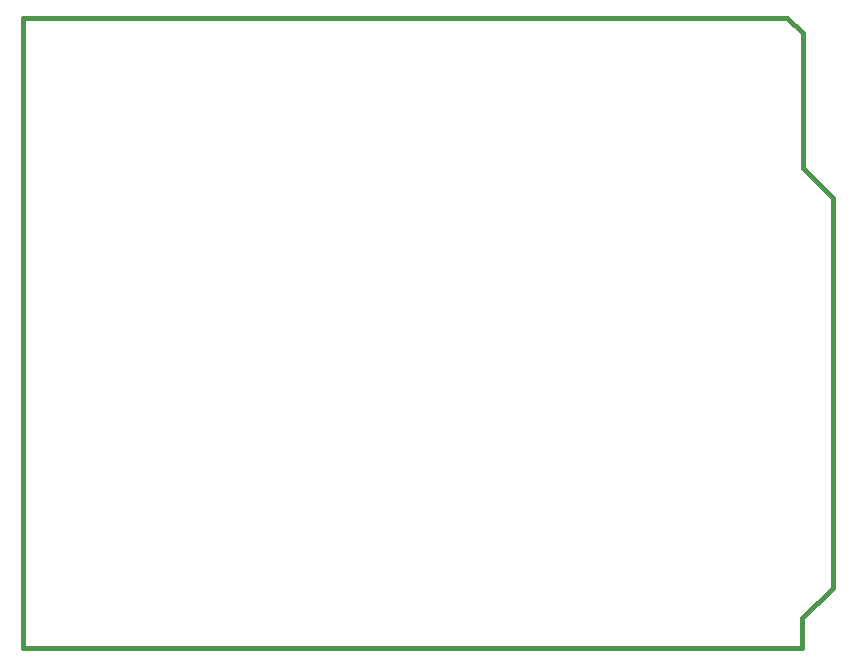
<source format=gbr>
G04 (created by PCBNEW (2013-mar-13)-testing) date Wed 12 Jun 2013 03:24:25 PM PDT*
%MOIN*%
G04 Gerber Fmt 3.4, Leading zero omitted, Abs format*
%FSLAX34Y34*%
G01*
G70*
G90*
G04 APERTURE LIST*
%ADD10C,0.005906*%
%ADD11C,0.015000*%
G04 APERTURE END LIST*
G54D10*
G54D11*
X48570Y-46420D02*
X22580Y-46420D01*
X48570Y-45430D02*
X48570Y-46420D01*
X49580Y-44420D02*
X48570Y-45430D01*
X49580Y-31430D02*
X49580Y-44420D01*
X48580Y-30430D02*
X49580Y-31430D01*
X48580Y-25940D02*
X48580Y-30430D01*
X48070Y-25430D02*
X48580Y-25940D01*
X22580Y-25430D02*
X48070Y-25430D01*
X22580Y-46420D02*
X22580Y-25430D01*
M02*

</source>
